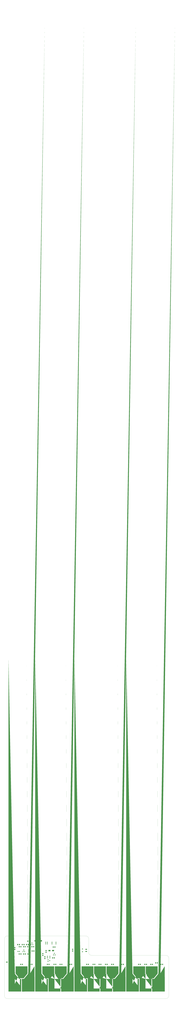
<source format=gbr>
%TF.GenerationSoftware,KiCad,Pcbnew,(6.0.7)*%
%TF.CreationDate,2023-07-12T13:06:10-04:00*%
%TF.ProjectId,Stylophone,5374796c-6f70-4686-9f6e-652e6b696361,rev?*%
%TF.SameCoordinates,Original*%
%TF.FileFunction,Paste,Top*%
%TF.FilePolarity,Positive*%
%FSLAX46Y46*%
G04 Gerber Fmt 4.6, Leading zero omitted, Abs format (unit mm)*
G04 Created by KiCad (PCBNEW (6.0.7)) date 2023-07-12 13:06:10*
%MOMM*%
%LPD*%
G01*
G04 APERTURE LIST*
G04 Aperture macros list*
%AMRoundRect*
0 Rectangle with rounded corners*
0 $1 Rounding radius*
0 $2 $3 $4 $5 $6 $7 $8 $9 X,Y pos of 4 corners*
0 Add a 4 corners polygon primitive as box body*
4,1,4,$2,$3,$4,$5,$6,$7,$8,$9,$2,$3,0*
0 Add four circle primitives for the rounded corners*
1,1,$1+$1,$2,$3*
1,1,$1+$1,$4,$5*
1,1,$1+$1,$6,$7*
1,1,$1+$1,$8,$9*
0 Add four rect primitives between the rounded corners*
20,1,$1+$1,$2,$3,$4,$5,0*
20,1,$1+$1,$4,$5,$6,$7,0*
20,1,$1+$1,$6,$7,$8,$9,0*
20,1,$1+$1,$8,$9,$2,$3,0*%
%AMFreePoly0*
4,1,45,2.512662,7.087767,2.516726,7.088432,2.520033,7.086467,2.530782,7.084572,2.549099,7.069202,2.569656,7.056991,7.069656,1.556992,7.084947,1.529730,7.084757,1.514405,7.090000,1.500000,7.090000,-7.000000,7.087939,-7.011690,7.088633,-7.015628,7.086634,-7.019091,7.084572,-7.030782,7.069543,-7.048693,7.057851,-7.068944,7.050220,-7.071722,7.045000,-7.077942,7.021973,-7.082003,
7.000000,-7.090000,-7.000000,-7.090000,-7.011690,-7.087939,-7.015628,-7.088633,-7.019091,-7.086634,-7.030782,-7.084572,-7.048693,-7.069543,-7.068944,-7.057851,-7.071722,-7.050220,-7.077942,-7.045000,-7.082003,-7.021973,-7.090000,-7.000000,-7.090000,1.500000,-7.084572,1.530782,-7.074719,1.542524,-7.069656,1.556991,-2.569656,7.056991,-2.559911,7.065376,-2.557851,7.068944,-2.554235,7.070260,
-2.545963,7.077378,-2.522471,7.081821,-2.500000,7.090000,2.500000,7.090000,2.512662,7.087767,2.512662,7.087767,$1*%
%AMFreePoly1*
4,1,58,7.511690,15.087939,7.515628,15.088633,7.519091,15.086634,7.530782,15.084572,7.548693,15.069543,7.568944,15.057851,7.571722,15.050220,7.577942,15.045000,7.582003,15.021973,7.590000,15.000000,7.590000,-15.000000,7.587939,-15.011690,7.588633,-15.015628,7.586634,-15.019091,7.584572,-15.030782,7.569543,-15.048693,7.557851,-15.068944,7.550220,-15.071722,7.545000,-15.077942,7.521973,-15.082003,
7.500000,-15.090000,-7.500000,-15.090000,-7.511690,-15.087939,-7.515628,-15.088633,-7.519091,-15.086634,-7.530782,-15.084572,-7.548693,-15.069543,-7.568944,-15.057851,-7.571722,-15.050220,-7.577942,-15.045000,-7.582003,-15.021973,-7.590000,-15.000000,-7.590000,0.000000,-7.587939,0.011690,-7.588633,0.015628,-7.586634,0.019091,-7.584572,0.030782,-7.569543,0.048693,-7.557851,0.068944,-7.550220,0.071722,
-7.545000,0.077942,-7.521973,0.082003,-7.500000,0.090000,-5.042154,0.090000,-0.090000,6.032585,-0.090000,15.000000,-0.087939,15.011690,-0.088633,15.015628,-0.086634,15.019091,-0.084572,15.030782,-0.069543,15.048693,-0.057851,15.068944,-0.050220,15.071722,-0.045000,15.077942,-0.021973,15.082003,0.000000,15.090000,7.500000,15.090000,7.511690,15.087939,7.511690,15.087939,$1*%
%AMFreePoly2*
4,1,59,0.015347,6.087033,0.020445,6.087647,0.042347,6.073353,0.065682,6.061530,0.067700,6.056807,0.072000,6.054000,4.545000,0.090000,7.000000,0.090000,7.011690,0.087939,7.015628,0.088633,7.019091,0.086634,7.030782,0.084572,7.048693,0.069543,7.068944,0.057851,7.071722,0.050220,7.077942,0.045000,7.082003,0.021973,7.090000,0.000000,7.090000,-15.000000,7.087939,-15.011690,
7.088633,-15.015628,7.086634,-15.019091,7.084572,-15.030782,7.069543,-15.048693,7.057851,-15.068944,7.050220,-15.071722,7.045000,-15.077942,7.021973,-15.082003,7.000000,-15.090000,-7.000000,-15.090000,-7.011690,-15.087939,-7.015628,-15.088633,-7.019091,-15.086634,-7.030782,-15.084572,-7.048693,-15.069543,-7.068944,-15.057851,-7.071722,-15.050220,-7.077942,-15.045000,-7.082003,-15.021973,-7.090000,-15.000000,
-7.090000,0.000000,-7.087939,0.011690,-7.088633,0.015628,-7.086634,0.019091,-7.084572,0.030782,-7.069543,0.048693,-7.057851,0.068944,-7.050220,0.071722,-7.045000,0.077942,-7.021973,0.082003,-7.000000,0.090000,-4.545000,0.090000,-0.072000,6.054000,-0.049188,6.075369,-0.044188,6.076535,-0.040677,6.080283,-0.014710,6.083411,0.010765,6.089354,0.015347,6.087033,0.015347,6.087033,
$1*%
%AMFreePoly3*
4,1,58,0.011690,15.087939,0.015628,15.088633,0.019091,15.086634,0.030782,15.084572,0.048693,15.069543,0.068944,15.057851,0.071722,15.050220,0.077942,15.045000,0.082003,15.021973,0.090000,15.000000,0.090000,6.032585,5.042153,0.090000,7.500000,0.090000,7.511690,0.087939,7.515628,0.088633,7.519091,0.086634,7.530782,0.084572,7.548693,0.069543,7.568944,0.057851,7.571722,0.050220,
7.577942,0.045000,7.582003,0.021973,7.590000,0.000000,7.590000,-15.000000,7.587939,-15.011690,7.588633,-15.015628,7.586634,-15.019091,7.584572,-15.030782,7.569543,-15.048693,7.557851,-15.068944,7.550220,-15.071722,7.545000,-15.077942,7.521973,-15.082003,7.500000,-15.090000,-7.500000,-15.090000,-7.511690,-15.087939,-7.515628,-15.088633,-7.519091,-15.086634,-7.530782,-15.084572,-7.548693,-15.069543,
-7.568944,-15.057851,-7.571722,-15.050220,-7.577942,-15.045000,-7.582003,-15.021973,-7.590000,-15.000000,-7.590000,15.000000,-7.587939,15.011690,-7.588633,15.015628,-7.586634,15.019091,-7.584572,15.030782,-7.569543,15.048693,-7.557851,15.068944,-7.550220,15.071722,-7.545000,15.077942,-7.521973,15.082003,-7.500000,15.090000,0.000000,15.090000,0.011690,15.087939,0.011690,15.087939,$1*%
G04 Aperture macros list end*
%TA.AperFunction,Profile*%
%ADD10C,0.100000*%
%TD*%
%ADD11RoundRect,0.250000X0.750000X-0.250000X0.750000X0.250000X-0.750000X0.250000X-0.750000X-0.250000X0*%
%ADD12FreePoly0,180.000000*%
%ADD13FreePoly1,0.000000*%
%ADD14RoundRect,0.250000X0.450000X-0.350000X0.450000X0.350000X-0.450000X0.350000X-0.450000X-0.350000X0*%
%ADD15RoundRect,0.250000X0.350000X0.450000X-0.350000X0.450000X-0.350000X-0.450000X0.350000X-0.450000X0*%
%ADD16RoundRect,0.250000X-0.350000X-0.450000X0.350000X-0.450000X0.350000X0.450000X-0.350000X0.450000X0*%
%ADD17RoundRect,0.250000X-0.337500X-0.475000X0.337500X-0.475000X0.337500X0.475000X-0.337500X0.475000X0*%
%ADD18RoundRect,0.150000X0.150000X-0.587500X0.150000X0.587500X-0.150000X0.587500X-0.150000X-0.587500X0*%
%ADD19RoundRect,0.250000X0.250000X0.750000X-0.250000X0.750000X-0.250000X-0.750000X0.250000X-0.750000X0*%
%ADD20RoundRect,0.237500X-0.237500X0.300000X-0.237500X-0.300000X0.237500X-0.300000X0.237500X0.300000X0*%
%ADD21RoundRect,0.150000X-0.587500X-0.150000X0.587500X-0.150000X0.587500X0.150000X-0.587500X0.150000X0*%
%ADD22FreePoly2,0.000000*%
%ADD23R,2.350000X1.550000*%
%ADD24RoundRect,0.250000X-0.450000X0.350000X-0.450000X-0.350000X0.450000X-0.350000X0.450000X0.350000X0*%
%ADD25RoundRect,0.237500X0.300000X0.237500X-0.300000X0.237500X-0.300000X-0.237500X0.300000X-0.237500X0*%
%ADD26RoundRect,0.237500X-0.300000X-0.237500X0.300000X-0.237500X0.300000X0.237500X-0.300000X0.237500X0*%
%ADD27FreePoly3,0.000000*%
%ADD28RoundRect,0.250000X-1.500000X-0.550000X1.500000X-0.550000X1.500000X0.550000X-1.500000X0.550000X0*%
%ADD29RoundRect,0.250000X0.337500X0.475000X-0.337500X0.475000X-0.337500X-0.475000X0.337500X-0.475000X0*%
%ADD30R,1.200000X0.900000*%
%ADD31RoundRect,0.250000X-0.750000X0.250000X-0.750000X-0.250000X0.750000X-0.250000X0.750000X0.250000X0*%
%ADD32RoundRect,0.237500X0.237500X-0.300000X0.237500X0.300000X-0.237500X0.300000X-0.237500X-0.300000X0*%
%ADD33RoundRect,0.070000X-0.530000X0.280000X-0.530000X-0.280000X0.530000X-0.280000X0.530000X0.280000X0*%
%ADD34RoundRect,0.076000X-0.524000X0.304000X-0.524000X-0.304000X0.524000X-0.304000X0.524000X0.304000X0*%
%ADD35RoundRect,0.080000X-0.520000X0.320000X-0.520000X-0.320000X0.520000X-0.320000X0.520000X0.320000X0*%
G04 APERTURE END LIST*
D10*
X26000000Y-85500000D02*
X120000000Y-85500000D01*
X26000000Y-85500000D02*
G75*
G03*
X22500000Y-89000000I0J-3500000D01*
G01*
X216000000Y-160480000D02*
X26000000Y-160500000D01*
X216000000Y-108720000D02*
X127000000Y-108740000D01*
X216000000Y-160480000D02*
G75*
G03*
X219500000Y-156980000I0J3500000D01*
G01*
X123500000Y-105240000D02*
G75*
G03*
X127000000Y-108740000I3500000J0D01*
G01*
X22500000Y-157000000D02*
G75*
G03*
X26000000Y-160500000I3500000J0D01*
G01*
X123500000Y-89000000D02*
X123500000Y-105240000D01*
X219500000Y-112220000D02*
G75*
G03*
X216000000Y-108720000I-3500000J0D01*
G01*
X22500000Y-89000000D02*
X22500000Y-157000000D01*
X123500000Y-89000000D02*
G75*
G03*
X120000000Y-85500000I-3500000J0D01*
G01*
X219500000Y-156980000D02*
X219500000Y-112220000D01*
D11*
%TO.C,J25*%
X120500000Y-101500000D03*
%TD*%
D12*
%TO.C,J9*%
X75000000Y-129000000D03*
%TD*%
D13*
%TO.C,J12*%
X98000000Y-137000000D03*
%TD*%
D14*
%TO.C,RP1*%
X68500000Y-108750000D03*
X68500000Y-106750000D03*
%TD*%
D15*
%TO.C,RL2*%
X212000000Y-119500000D03*
X210000000Y-119500000D03*
%TD*%
%TO.C,RL3*%
X199845000Y-119500000D03*
X197845000Y-119500000D03*
%TD*%
D16*
%TO.C,RL1*%
X203750000Y-117750000D03*
X205750000Y-117750000D03*
%TD*%
D17*
%TO.C,CMX1*%
X55682500Y-103550000D03*
X57757500Y-103550000D03*
%TD*%
D16*
%TO.C,RL18*%
X62500000Y-119500000D03*
X64500000Y-119500000D03*
%TD*%
D18*
%TO.C,Q4*%
X54550000Y-95737500D03*
X56450000Y-95737500D03*
X55500000Y-93862500D03*
%TD*%
D15*
%TO.C,RL10*%
X138000000Y-119500000D03*
X136000000Y-119500000D03*
%TD*%
D13*
%TO.C,J20*%
X160000000Y-137000000D03*
%TD*%
D19*
%TO.C,J3*%
X33500000Y-88500000D03*
%TD*%
D18*
%TO.C,Q3*%
X81300000Y-108187500D03*
X83200000Y-108187500D03*
X82250000Y-106312500D03*
%TD*%
D16*
%TO.C,RL12*%
X121095000Y-119500000D03*
X123095000Y-119500000D03*
%TD*%
D15*
%TO.C,RL5*%
X185250000Y-119500000D03*
X183250000Y-119500000D03*
%TD*%
D18*
%TO.C,Q5*%
X44800000Y-104237500D03*
X46700000Y-104237500D03*
X45750000Y-102362500D03*
%TD*%
D16*
%TO.C,RL14*%
X101000000Y-119500000D03*
X103000000Y-119500000D03*
%TD*%
D12*
%TO.C,J21*%
X152000000Y-129000000D03*
%TD*%
%TO.C,J6*%
X43000000Y-129000000D03*
%TD*%
D20*
%TO.C,CA1*%
X77000000Y-109887500D03*
X77000000Y-111612500D03*
%TD*%
D13*
%TO.C,J7*%
X51000000Y-137000000D03*
%TD*%
D15*
%TO.C,RL4*%
X192750000Y-119500000D03*
X190750000Y-119500000D03*
%TD*%
D14*
%TO.C,RD1*%
X72437500Y-105000000D03*
X72437500Y-103000000D03*
%TD*%
D16*
%TO.C,RE3*%
X50750000Y-107050000D03*
X52750000Y-107050000D03*
%TD*%
D21*
%TO.C,Q2*%
X74812500Y-114050000D03*
X74812500Y-115950000D03*
X76687500Y-115000000D03*
%TD*%
D11*
%TO.C,J26*%
X120500000Y-104000000D03*
%TD*%
D15*
%TO.C,RB4*%
X42250000Y-107050000D03*
X40250000Y-107050000D03*
%TD*%
D22*
%TO.C,J17*%
X191500000Y-136990000D03*
%TD*%
D15*
%TO.C,RB3*%
X47500000Y-107050000D03*
X45500000Y-107050000D03*
%TD*%
D20*
%TO.C,CA2*%
X74000000Y-109887500D03*
X74000000Y-111612500D03*
%TD*%
D15*
%TO.C,ROS1*%
X42300000Y-98330000D03*
X40300000Y-98330000D03*
%TD*%
D23*
%TO.C,DAT1*%
X80750000Y-103000000D03*
X76450000Y-103000000D03*
%TD*%
D20*
%TO.C,CMB1*%
X79500000Y-93137500D03*
X79500000Y-94862500D03*
%TD*%
D22*
%TO.C,J24*%
X129500000Y-137000000D03*
%TD*%
%TO.C,J22*%
X144500000Y-137000000D03*
%TD*%
D15*
%TO.C,RL6*%
X173500000Y-119500000D03*
X171500000Y-119500000D03*
%TD*%
D24*
%TO.C,R1*%
X32750000Y-99500000D03*
X32750000Y-101500000D03*
%TD*%
D15*
%TO.C,RL8*%
X153095000Y-119500000D03*
X151095000Y-119500000D03*
%TD*%
D12*
%TO.C,J16*%
X199000000Y-129000000D03*
%TD*%
D17*
%TO.C,COS1*%
X38490693Y-95799856D03*
X40565693Y-95799856D03*
%TD*%
D25*
%TO.C,CC1*%
X32612500Y-110500000D03*
X30887500Y-110500000D03*
%TD*%
D22*
%TO.C,J10*%
X82500000Y-137000000D03*
%TD*%
D26*
%TO.C,COS5*%
X38665693Y-104050000D03*
X40390693Y-104050000D03*
%TD*%
D16*
%TO.C,RL15*%
X89250000Y-119500000D03*
X91250000Y-119500000D03*
%TD*%
D27*
%TO.C,J19*%
X176000000Y-137000000D03*
%TD*%
D12*
%TO.C,J14*%
X122000000Y-129000000D03*
%TD*%
D16*
%TO.C,RMX1*%
X60500000Y-103550000D03*
X62500000Y-103550000D03*
%TD*%
%TO.C,RL17*%
X74000000Y-119500000D03*
X76000000Y-119500000D03*
%TD*%
%TO.C,RL19*%
X53500000Y-119500000D03*
X55500000Y-119500000D03*
%TD*%
D13*
%TO.C,J15*%
X207000000Y-137000000D03*
%TD*%
D15*
%TO.C,ROS2*%
X47380000Y-98330000D03*
X45380000Y-98330000D03*
%TD*%
D28*
%TO.C,COS4*%
X60300000Y-91300000D03*
X65700000Y-91300000D03*
%TD*%
D29*
%TO.C,CC2*%
X32787500Y-112750000D03*
X30712500Y-112750000D03*
%TD*%
D14*
%TO.C,RFD1*%
X104250000Y-103500000D03*
X104250000Y-101500000D03*
%TD*%
D30*
%TO.C,DFB1*%
X116000000Y-101100000D03*
X116000000Y-104400000D03*
%TD*%
D27*
%TO.C,J13*%
X114000000Y-137000000D03*
%TD*%
D17*
%TO.C,COS3*%
X48962500Y-95790000D03*
X51037500Y-95790000D03*
%TD*%
D15*
%TO.C,RB2*%
X52460000Y-98330000D03*
X50460000Y-98330000D03*
%TD*%
D14*
%TO.C,RC2*%
X51750000Y-104550000D03*
X51750000Y-102550000D03*
%TD*%
D16*
%TO.C,RL16*%
X82000000Y-119500000D03*
X84000000Y-119500000D03*
%TD*%
D27*
%TO.C,J5*%
X35000000Y-137000000D03*
%TD*%
D20*
%TO.C,CLB2*%
X74000000Y-93137500D03*
X74000000Y-94862500D03*
%TD*%
D12*
%TO.C,J23*%
X137000000Y-129000000D03*
%TD*%
D31*
%TO.C,J4*%
X25400000Y-116840000D03*
%TD*%
D15*
%TO.C,RB1*%
X57500000Y-98330000D03*
X55500000Y-98330000D03*
%TD*%
D17*
%TO.C,COS2*%
X43882500Y-95790000D03*
X45957500Y-95790000D03*
%TD*%
D15*
%TO.C,RI2*%
X82250000Y-111750000D03*
X80250000Y-111750000D03*
%TD*%
D16*
%TO.C,RL21*%
X30000000Y-119500000D03*
X32000000Y-119500000D03*
%TD*%
%TO.C,RP2*%
X81000000Y-98750000D03*
X83000000Y-98750000D03*
%TD*%
D30*
%TO.C,D1*%
X31000000Y-107400000D03*
X31000000Y-104100000D03*
%TD*%
D15*
%TO.C,RL7*%
X165000000Y-119500000D03*
X163000000Y-119500000D03*
%TD*%
D20*
%TO.C,CHB1*%
X84250000Y-93137500D03*
X84250000Y-94862500D03*
%TD*%
D12*
%TO.C,J18*%
X184000000Y-129000000D03*
%TD*%
D32*
%TO.C,CLB1*%
X72000000Y-94862500D03*
X72000000Y-93137500D03*
%TD*%
D16*
%TO.C,RE2*%
X62250000Y-98300000D03*
X64250000Y-98300000D03*
%TD*%
%TO.C,RC1*%
X50460000Y-91750000D03*
X52460000Y-91750000D03*
%TD*%
D15*
%TO.C,RL9*%
X145595000Y-119500000D03*
X143595000Y-119500000D03*
%TD*%
D19*
%TO.C,J2*%
X31730000Y-88500000D03*
%TD*%
D33*
%TO.C,J1*%
X29480000Y-97000000D03*
D34*
X29480000Y-99020000D03*
D35*
X29480000Y-100250000D03*
D33*
X29480000Y-98000000D03*
D34*
X29480000Y-95980000D03*
D35*
X29480000Y-94750000D03*
%TD*%
D12*
%TO.C,J11*%
X90000000Y-129000000D03*
%TD*%
D15*
%TO.C,RL11*%
X130750000Y-119500000D03*
X128750000Y-119500000D03*
%TD*%
D16*
%TO.C,RL13*%
X109500000Y-119500000D03*
X111500000Y-119500000D03*
%TD*%
D24*
%TO.C,R2*%
X35000000Y-99500000D03*
X35000000Y-101500000D03*
%TD*%
%TO.C,RI1*%
X71000000Y-110500000D03*
X71000000Y-112500000D03*
%TD*%
D16*
%TO.C,RL20*%
X42000000Y-119500000D03*
X44000000Y-119500000D03*
%TD*%
D27*
%TO.C,J8*%
X67000000Y-137000000D03*
%TD*%
M02*

</source>
